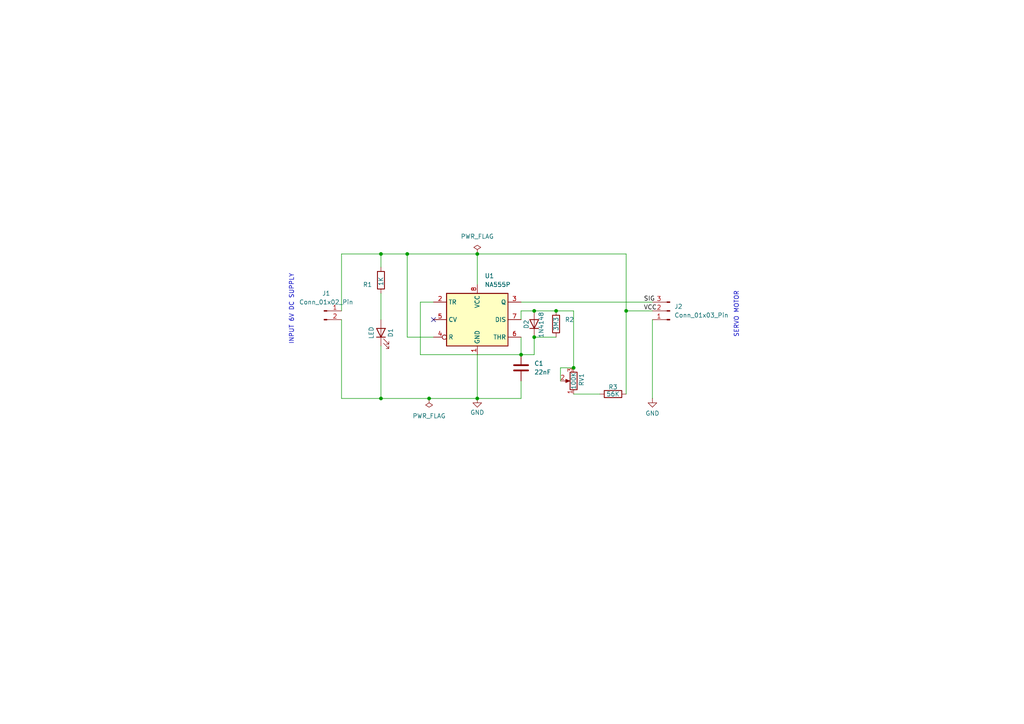
<source format=kicad_sch>
(kicad_sch
	(version 20250114)
	(generator "eeschema")
	(generator_version "9.0")
	(uuid "c0124b43-6908-4413-ae67-504ecf43a6d8")
	(paper "A4")
	(title_block
		(title "SERVO MOTOR TESTER ")
		(date "2026-01-06")
		(rev "1")
		(company "Thilak")
	)
	(lib_symbols
		(symbol "Connector:Conn_01x02_Pin"
			(pin_names
				(offset 1.016)
				(hide yes)
			)
			(exclude_from_sim no)
			(in_bom yes)
			(on_board yes)
			(property "Reference" "J"
				(at 0 2.54 0)
				(effects
					(font
						(size 1.27 1.27)
					)
				)
			)
			(property "Value" "Conn_01x02_Pin"
				(at 0 -5.08 0)
				(effects
					(font
						(size 1.27 1.27)
					)
				)
			)
			(property "Footprint" ""
				(at 0 0 0)
				(effects
					(font
						(size 1.27 1.27)
					)
					(hide yes)
				)
			)
			(property "Datasheet" "~"
				(at 0 0 0)
				(effects
					(font
						(size 1.27 1.27)
					)
					(hide yes)
				)
			)
			(property "Description" "Generic connector, single row, 01x02, script generated"
				(at 0 0 0)
				(effects
					(font
						(size 1.27 1.27)
					)
					(hide yes)
				)
			)
			(property "ki_locked" ""
				(at 0 0 0)
				(effects
					(font
						(size 1.27 1.27)
					)
				)
			)
			(property "ki_keywords" "connector"
				(at 0 0 0)
				(effects
					(font
						(size 1.27 1.27)
					)
					(hide yes)
				)
			)
			(property "ki_fp_filters" "Connector*:*_1x??_*"
				(at 0 0 0)
				(effects
					(font
						(size 1.27 1.27)
					)
					(hide yes)
				)
			)
			(symbol "Conn_01x02_Pin_1_1"
				(rectangle
					(start 0.8636 0.127)
					(end 0 -0.127)
					(stroke
						(width 0.1524)
						(type default)
					)
					(fill
						(type outline)
					)
				)
				(rectangle
					(start 0.8636 -2.413)
					(end 0 -2.667)
					(stroke
						(width 0.1524)
						(type default)
					)
					(fill
						(type outline)
					)
				)
				(polyline
					(pts
						(xy 1.27 0) (xy 0.8636 0)
					)
					(stroke
						(width 0.1524)
						(type default)
					)
					(fill
						(type none)
					)
				)
				(polyline
					(pts
						(xy 1.27 -2.54) (xy 0.8636 -2.54)
					)
					(stroke
						(width 0.1524)
						(type default)
					)
					(fill
						(type none)
					)
				)
				(pin passive line
					(at 5.08 0 180)
					(length 3.81)
					(name "Pin_1"
						(effects
							(font
								(size 1.27 1.27)
							)
						)
					)
					(number "1"
						(effects
							(font
								(size 1.27 1.27)
							)
						)
					)
				)
				(pin passive line
					(at 5.08 -2.54 180)
					(length 3.81)
					(name "Pin_2"
						(effects
							(font
								(size 1.27 1.27)
							)
						)
					)
					(number "2"
						(effects
							(font
								(size 1.27 1.27)
							)
						)
					)
				)
			)
			(embedded_fonts no)
		)
		(symbol "Connector:Conn_01x03_Pin"
			(pin_names
				(offset 1.016)
				(hide yes)
			)
			(exclude_from_sim no)
			(in_bom yes)
			(on_board yes)
			(property "Reference" "J"
				(at 0 5.08 0)
				(effects
					(font
						(size 1.27 1.27)
					)
				)
			)
			(property "Value" "Conn_01x03_Pin"
				(at 0 -5.08 0)
				(effects
					(font
						(size 1.27 1.27)
					)
				)
			)
			(property "Footprint" ""
				(at 0 0 0)
				(effects
					(font
						(size 1.27 1.27)
					)
					(hide yes)
				)
			)
			(property "Datasheet" "~"
				(at 0 0 0)
				(effects
					(font
						(size 1.27 1.27)
					)
					(hide yes)
				)
			)
			(property "Description" "Generic connector, single row, 01x03, script generated"
				(at 0 0 0)
				(effects
					(font
						(size 1.27 1.27)
					)
					(hide yes)
				)
			)
			(property "ki_locked" ""
				(at 0 0 0)
				(effects
					(font
						(size 1.27 1.27)
					)
				)
			)
			(property "ki_keywords" "connector"
				(at 0 0 0)
				(effects
					(font
						(size 1.27 1.27)
					)
					(hide yes)
				)
			)
			(property "ki_fp_filters" "Connector*:*_1x??_*"
				(at 0 0 0)
				(effects
					(font
						(size 1.27 1.27)
					)
					(hide yes)
				)
			)
			(symbol "Conn_01x03_Pin_1_1"
				(rectangle
					(start 0.8636 2.667)
					(end 0 2.413)
					(stroke
						(width 0.1524)
						(type default)
					)
					(fill
						(type outline)
					)
				)
				(rectangle
					(start 0.8636 0.127)
					(end 0 -0.127)
					(stroke
						(width 0.1524)
						(type default)
					)
					(fill
						(type outline)
					)
				)
				(rectangle
					(start 0.8636 -2.413)
					(end 0 -2.667)
					(stroke
						(width 0.1524)
						(type default)
					)
					(fill
						(type outline)
					)
				)
				(polyline
					(pts
						(xy 1.27 2.54) (xy 0.8636 2.54)
					)
					(stroke
						(width 0.1524)
						(type default)
					)
					(fill
						(type none)
					)
				)
				(polyline
					(pts
						(xy 1.27 0) (xy 0.8636 0)
					)
					(stroke
						(width 0.1524)
						(type default)
					)
					(fill
						(type none)
					)
				)
				(polyline
					(pts
						(xy 1.27 -2.54) (xy 0.8636 -2.54)
					)
					(stroke
						(width 0.1524)
						(type default)
					)
					(fill
						(type none)
					)
				)
				(pin passive line
					(at 5.08 2.54 180)
					(length 3.81)
					(name "Pin_1"
						(effects
							(font
								(size 1.27 1.27)
							)
						)
					)
					(number "1"
						(effects
							(font
								(size 1.27 1.27)
							)
						)
					)
				)
				(pin passive line
					(at 5.08 0 180)
					(length 3.81)
					(name "Pin_2"
						(effects
							(font
								(size 1.27 1.27)
							)
						)
					)
					(number "2"
						(effects
							(font
								(size 1.27 1.27)
							)
						)
					)
				)
				(pin passive line
					(at 5.08 -2.54 180)
					(length 3.81)
					(name "Pin_3"
						(effects
							(font
								(size 1.27 1.27)
							)
						)
					)
					(number "3"
						(effects
							(font
								(size 1.27 1.27)
							)
						)
					)
				)
			)
			(embedded_fonts no)
		)
		(symbol "Device:C"
			(pin_numbers
				(hide yes)
			)
			(pin_names
				(offset 0.254)
			)
			(exclude_from_sim no)
			(in_bom yes)
			(on_board yes)
			(property "Reference" "C"
				(at 0.635 2.54 0)
				(effects
					(font
						(size 1.27 1.27)
					)
					(justify left)
				)
			)
			(property "Value" "C"
				(at 0.635 -2.54 0)
				(effects
					(font
						(size 1.27 1.27)
					)
					(justify left)
				)
			)
			(property "Footprint" ""
				(at 0.9652 -3.81 0)
				(effects
					(font
						(size 1.27 1.27)
					)
					(hide yes)
				)
			)
			(property "Datasheet" "~"
				(at 0 0 0)
				(effects
					(font
						(size 1.27 1.27)
					)
					(hide yes)
				)
			)
			(property "Description" "Unpolarized capacitor"
				(at 0 0 0)
				(effects
					(font
						(size 1.27 1.27)
					)
					(hide yes)
				)
			)
			(property "ki_keywords" "cap capacitor"
				(at 0 0 0)
				(effects
					(font
						(size 1.27 1.27)
					)
					(hide yes)
				)
			)
			(property "ki_fp_filters" "C_*"
				(at 0 0 0)
				(effects
					(font
						(size 1.27 1.27)
					)
					(hide yes)
				)
			)
			(symbol "C_0_1"
				(polyline
					(pts
						(xy -2.032 0.762) (xy 2.032 0.762)
					)
					(stroke
						(width 0.508)
						(type default)
					)
					(fill
						(type none)
					)
				)
				(polyline
					(pts
						(xy -2.032 -0.762) (xy 2.032 -0.762)
					)
					(stroke
						(width 0.508)
						(type default)
					)
					(fill
						(type none)
					)
				)
			)
			(symbol "C_1_1"
				(pin passive line
					(at 0 3.81 270)
					(length 2.794)
					(name "~"
						(effects
							(font
								(size 1.27 1.27)
							)
						)
					)
					(number "1"
						(effects
							(font
								(size 1.27 1.27)
							)
						)
					)
				)
				(pin passive line
					(at 0 -3.81 90)
					(length 2.794)
					(name "~"
						(effects
							(font
								(size 1.27 1.27)
							)
						)
					)
					(number "2"
						(effects
							(font
								(size 1.27 1.27)
							)
						)
					)
				)
			)
			(embedded_fonts no)
		)
		(symbol "Device:LED"
			(pin_numbers
				(hide yes)
			)
			(pin_names
				(offset 1.016)
				(hide yes)
			)
			(exclude_from_sim no)
			(in_bom yes)
			(on_board yes)
			(property "Reference" "D"
				(at 0 2.54 0)
				(effects
					(font
						(size 1.27 1.27)
					)
				)
			)
			(property "Value" "LED"
				(at 0 -2.54 0)
				(effects
					(font
						(size 1.27 1.27)
					)
				)
			)
			(property "Footprint" ""
				(at 0 0 0)
				(effects
					(font
						(size 1.27 1.27)
					)
					(hide yes)
				)
			)
			(property "Datasheet" "~"
				(at 0 0 0)
				(effects
					(font
						(size 1.27 1.27)
					)
					(hide yes)
				)
			)
			(property "Description" "Light emitting diode"
				(at 0 0 0)
				(effects
					(font
						(size 1.27 1.27)
					)
					(hide yes)
				)
			)
			(property "Sim.Pins" "1=K 2=A"
				(at 0 0 0)
				(effects
					(font
						(size 1.27 1.27)
					)
					(hide yes)
				)
			)
			(property "ki_keywords" "LED diode"
				(at 0 0 0)
				(effects
					(font
						(size 1.27 1.27)
					)
					(hide yes)
				)
			)
			(property "ki_fp_filters" "LED* LED_SMD:* LED_THT:*"
				(at 0 0 0)
				(effects
					(font
						(size 1.27 1.27)
					)
					(hide yes)
				)
			)
			(symbol "LED_0_1"
				(polyline
					(pts
						(xy -3.048 -0.762) (xy -4.572 -2.286) (xy -3.81 -2.286) (xy -4.572 -2.286) (xy -4.572 -1.524)
					)
					(stroke
						(width 0)
						(type default)
					)
					(fill
						(type none)
					)
				)
				(polyline
					(pts
						(xy -1.778 -0.762) (xy -3.302 -2.286) (xy -2.54 -2.286) (xy -3.302 -2.286) (xy -3.302 -1.524)
					)
					(stroke
						(width 0)
						(type default)
					)
					(fill
						(type none)
					)
				)
				(polyline
					(pts
						(xy -1.27 0) (xy 1.27 0)
					)
					(stroke
						(width 0)
						(type default)
					)
					(fill
						(type none)
					)
				)
				(polyline
					(pts
						(xy -1.27 -1.27) (xy -1.27 1.27)
					)
					(stroke
						(width 0.254)
						(type default)
					)
					(fill
						(type none)
					)
				)
				(polyline
					(pts
						(xy 1.27 -1.27) (xy 1.27 1.27) (xy -1.27 0) (xy 1.27 -1.27)
					)
					(stroke
						(width 0.254)
						(type default)
					)
					(fill
						(type none)
					)
				)
			)
			(symbol "LED_1_1"
				(pin passive line
					(at -3.81 0 0)
					(length 2.54)
					(name "K"
						(effects
							(font
								(size 1.27 1.27)
							)
						)
					)
					(number "1"
						(effects
							(font
								(size 1.27 1.27)
							)
						)
					)
				)
				(pin passive line
					(at 3.81 0 180)
					(length 2.54)
					(name "A"
						(effects
							(font
								(size 1.27 1.27)
							)
						)
					)
					(number "2"
						(effects
							(font
								(size 1.27 1.27)
							)
						)
					)
				)
			)
			(embedded_fonts no)
		)
		(symbol "Device:R"
			(pin_numbers
				(hide yes)
			)
			(pin_names
				(offset 0)
			)
			(exclude_from_sim no)
			(in_bom yes)
			(on_board yes)
			(property "Reference" "R"
				(at 2.032 0 90)
				(effects
					(font
						(size 1.27 1.27)
					)
				)
			)
			(property "Value" "R"
				(at 0 0 90)
				(effects
					(font
						(size 1.27 1.27)
					)
				)
			)
			(property "Footprint" ""
				(at -1.778 0 90)
				(effects
					(font
						(size 1.27 1.27)
					)
					(hide yes)
				)
			)
			(property "Datasheet" "~"
				(at 0 0 0)
				(effects
					(font
						(size 1.27 1.27)
					)
					(hide yes)
				)
			)
			(property "Description" "Resistor"
				(at 0 0 0)
				(effects
					(font
						(size 1.27 1.27)
					)
					(hide yes)
				)
			)
			(property "ki_keywords" "R res resistor"
				(at 0 0 0)
				(effects
					(font
						(size 1.27 1.27)
					)
					(hide yes)
				)
			)
			(property "ki_fp_filters" "R_*"
				(at 0 0 0)
				(effects
					(font
						(size 1.27 1.27)
					)
					(hide yes)
				)
			)
			(symbol "R_0_1"
				(rectangle
					(start -1.016 -2.54)
					(end 1.016 2.54)
					(stroke
						(width 0.254)
						(type default)
					)
					(fill
						(type none)
					)
				)
			)
			(symbol "R_1_1"
				(pin passive line
					(at 0 3.81 270)
					(length 1.27)
					(name "~"
						(effects
							(font
								(size 1.27 1.27)
							)
						)
					)
					(number "1"
						(effects
							(font
								(size 1.27 1.27)
							)
						)
					)
				)
				(pin passive line
					(at 0 -3.81 90)
					(length 1.27)
					(name "~"
						(effects
							(font
								(size 1.27 1.27)
							)
						)
					)
					(number "2"
						(effects
							(font
								(size 1.27 1.27)
							)
						)
					)
				)
			)
			(embedded_fonts no)
		)
		(symbol "Device:R_Potentiometer"
			(pin_names
				(offset 1.016)
				(hide yes)
			)
			(exclude_from_sim no)
			(in_bom yes)
			(on_board yes)
			(property "Reference" "RV"
				(at -4.445 0 90)
				(effects
					(font
						(size 1.27 1.27)
					)
				)
			)
			(property "Value" "R_Potentiometer"
				(at -2.54 0 90)
				(effects
					(font
						(size 1.27 1.27)
					)
				)
			)
			(property "Footprint" ""
				(at 0 0 0)
				(effects
					(font
						(size 1.27 1.27)
					)
					(hide yes)
				)
			)
			(property "Datasheet" "~"
				(at 0 0 0)
				(effects
					(font
						(size 1.27 1.27)
					)
					(hide yes)
				)
			)
			(property "Description" "Potentiometer"
				(at 0 0 0)
				(effects
					(font
						(size 1.27 1.27)
					)
					(hide yes)
				)
			)
			(property "ki_keywords" "resistor variable"
				(at 0 0 0)
				(effects
					(font
						(size 1.27 1.27)
					)
					(hide yes)
				)
			)
			(property "ki_fp_filters" "Potentiometer*"
				(at 0 0 0)
				(effects
					(font
						(size 1.27 1.27)
					)
					(hide yes)
				)
			)
			(symbol "R_Potentiometer_0_1"
				(rectangle
					(start 1.016 2.54)
					(end -1.016 -2.54)
					(stroke
						(width 0.254)
						(type default)
					)
					(fill
						(type none)
					)
				)
				(polyline
					(pts
						(xy 1.143 0) (xy 2.286 0.508) (xy 2.286 -0.508) (xy 1.143 0)
					)
					(stroke
						(width 0)
						(type default)
					)
					(fill
						(type outline)
					)
				)
				(polyline
					(pts
						(xy 2.54 0) (xy 1.524 0)
					)
					(stroke
						(width 0)
						(type default)
					)
					(fill
						(type none)
					)
				)
			)
			(symbol "R_Potentiometer_1_1"
				(pin passive line
					(at 0 3.81 270)
					(length 1.27)
					(name "1"
						(effects
							(font
								(size 1.27 1.27)
							)
						)
					)
					(number "1"
						(effects
							(font
								(size 1.27 1.27)
							)
						)
					)
				)
				(pin passive line
					(at 0 -3.81 90)
					(length 1.27)
					(name "3"
						(effects
							(font
								(size 1.27 1.27)
							)
						)
					)
					(number "3"
						(effects
							(font
								(size 1.27 1.27)
							)
						)
					)
				)
				(pin passive line
					(at 3.81 0 180)
					(length 1.27)
					(name "2"
						(effects
							(font
								(size 1.27 1.27)
							)
						)
					)
					(number "2"
						(effects
							(font
								(size 1.27 1.27)
							)
						)
					)
				)
			)
			(embedded_fonts no)
		)
		(symbol "Diode:1N4148"
			(pin_numbers
				(hide yes)
			)
			(pin_names
				(hide yes)
			)
			(exclude_from_sim no)
			(in_bom yes)
			(on_board yes)
			(property "Reference" "D"
				(at 0 2.54 0)
				(effects
					(font
						(size 1.27 1.27)
					)
				)
			)
			(property "Value" "1N4148"
				(at 0 -2.54 0)
				(effects
					(font
						(size 1.27 1.27)
					)
				)
			)
			(property "Footprint" "Diode_THT:D_DO-35_SOD27_P7.62mm_Horizontal"
				(at 0 0 0)
				(effects
					(font
						(size 1.27 1.27)
					)
					(hide yes)
				)
			)
			(property "Datasheet" "https://assets.nexperia.com/documents/data-sheet/1N4148_1N4448.pdf"
				(at 0 0 0)
				(effects
					(font
						(size 1.27 1.27)
					)
					(hide yes)
				)
			)
			(property "Description" "100V 0.15A standard switching diode, DO-35"
				(at 0 0 0)
				(effects
					(font
						(size 1.27 1.27)
					)
					(hide yes)
				)
			)
			(property "Sim.Device" "D"
				(at 0 0 0)
				(effects
					(font
						(size 1.27 1.27)
					)
					(hide yes)
				)
			)
			(property "Sim.Pins" "1=K 2=A"
				(at 0 0 0)
				(effects
					(font
						(size 1.27 1.27)
					)
					(hide yes)
				)
			)
			(property "ki_keywords" "diode"
				(at 0 0 0)
				(effects
					(font
						(size 1.27 1.27)
					)
					(hide yes)
				)
			)
			(property "ki_fp_filters" "D*DO?35*"
				(at 0 0 0)
				(effects
					(font
						(size 1.27 1.27)
					)
					(hide yes)
				)
			)
			(symbol "1N4148_0_1"
				(polyline
					(pts
						(xy -1.27 1.27) (xy -1.27 -1.27)
					)
					(stroke
						(width 0.254)
						(type default)
					)
					(fill
						(type none)
					)
				)
				(polyline
					(pts
						(xy 1.27 1.27) (xy 1.27 -1.27) (xy -1.27 0) (xy 1.27 1.27)
					)
					(stroke
						(width 0.254)
						(type default)
					)
					(fill
						(type none)
					)
				)
				(polyline
					(pts
						(xy 1.27 0) (xy -1.27 0)
					)
					(stroke
						(width 0)
						(type default)
					)
					(fill
						(type none)
					)
				)
			)
			(symbol "1N4148_1_1"
				(pin passive line
					(at -3.81 0 0)
					(length 2.54)
					(name "K"
						(effects
							(font
								(size 1.27 1.27)
							)
						)
					)
					(number "1"
						(effects
							(font
								(size 1.27 1.27)
							)
						)
					)
				)
				(pin passive line
					(at 3.81 0 180)
					(length 2.54)
					(name "A"
						(effects
							(font
								(size 1.27 1.27)
							)
						)
					)
					(number "2"
						(effects
							(font
								(size 1.27 1.27)
							)
						)
					)
				)
			)
			(embedded_fonts no)
		)
		(symbol "Timer:NA555P"
			(exclude_from_sim no)
			(in_bom yes)
			(on_board yes)
			(property "Reference" "U"
				(at -10.16 8.89 0)
				(effects
					(font
						(size 1.27 1.27)
					)
					(justify left)
				)
			)
			(property "Value" "NA555P"
				(at 2.54 8.89 0)
				(effects
					(font
						(size 1.27 1.27)
					)
					(justify left)
				)
			)
			(property "Footprint" "Package_DIP:DIP-8_W7.62mm"
				(at 16.51 -10.16 0)
				(effects
					(font
						(size 1.27 1.27)
					)
					(hide yes)
				)
			)
			(property "Datasheet" "http://www.ti.com/lit/ds/symlink/ne555.pdf"
				(at 21.59 -10.16 0)
				(effects
					(font
						(size 1.27 1.27)
					)
					(hide yes)
				)
			)
			(property "Description" "Precision Timers, 555 compatible, PDIP-8"
				(at 0 0 0)
				(effects
					(font
						(size 1.27 1.27)
					)
					(hide yes)
				)
			)
			(property "ki_keywords" "single timer 555"
				(at 0 0 0)
				(effects
					(font
						(size 1.27 1.27)
					)
					(hide yes)
				)
			)
			(property "ki_fp_filters" "DIP*W7.62mm*"
				(at 0 0 0)
				(effects
					(font
						(size 1.27 1.27)
					)
					(hide yes)
				)
			)
			(symbol "NA555P_0_0"
				(pin power_in line
					(at 0 10.16 270)
					(length 2.54)
					(name "VCC"
						(effects
							(font
								(size 1.27 1.27)
							)
						)
					)
					(number "8"
						(effects
							(font
								(size 1.27 1.27)
							)
						)
					)
				)
				(pin power_in line
					(at 0 -10.16 90)
					(length 2.54)
					(name "GND"
						(effects
							(font
								(size 1.27 1.27)
							)
						)
					)
					(number "1"
						(effects
							(font
								(size 1.27 1.27)
							)
						)
					)
				)
			)
			(symbol "NA555P_0_1"
				(rectangle
					(start -8.89 -7.62)
					(end 8.89 7.62)
					(stroke
						(width 0.254)
						(type default)
					)
					(fill
						(type background)
					)
				)
				(rectangle
					(start -8.89 -7.62)
					(end 8.89 7.62)
					(stroke
						(width 0.254)
						(type default)
					)
					(fill
						(type background)
					)
				)
			)
			(symbol "NA555P_1_1"
				(pin input line
					(at -12.7 5.08 0)
					(length 3.81)
					(name "TR"
						(effects
							(font
								(size 1.27 1.27)
							)
						)
					)
					(number "2"
						(effects
							(font
								(size 1.27 1.27)
							)
						)
					)
				)
				(pin input line
					(at -12.7 0 0)
					(length 3.81)
					(name "CV"
						(effects
							(font
								(size 1.27 1.27)
							)
						)
					)
					(number "5"
						(effects
							(font
								(size 1.27 1.27)
							)
						)
					)
				)
				(pin input inverted
					(at -12.7 -5.08 0)
					(length 3.81)
					(name "R"
						(effects
							(font
								(size 1.27 1.27)
							)
						)
					)
					(number "4"
						(effects
							(font
								(size 1.27 1.27)
							)
						)
					)
				)
				(pin output line
					(at 12.7 5.08 180)
					(length 3.81)
					(name "Q"
						(effects
							(font
								(size 1.27 1.27)
							)
						)
					)
					(number "3"
						(effects
							(font
								(size 1.27 1.27)
							)
						)
					)
				)
				(pin input line
					(at 12.7 0 180)
					(length 3.81)
					(name "DIS"
						(effects
							(font
								(size 1.27 1.27)
							)
						)
					)
					(number "7"
						(effects
							(font
								(size 1.27 1.27)
							)
						)
					)
				)
				(pin input line
					(at 12.7 -5.08 180)
					(length 3.81)
					(name "THR"
						(effects
							(font
								(size 1.27 1.27)
							)
						)
					)
					(number "6"
						(effects
							(font
								(size 1.27 1.27)
							)
						)
					)
				)
			)
			(embedded_fonts no)
		)
		(symbol "power:GND"
			(power)
			(pin_numbers
				(hide yes)
			)
			(pin_names
				(offset 0)
				(hide yes)
			)
			(exclude_from_sim no)
			(in_bom yes)
			(on_board yes)
			(property "Reference" "#PWR"
				(at 0 -6.35 0)
				(effects
					(font
						(size 1.27 1.27)
					)
					(hide yes)
				)
			)
			(property "Value" "GND"
				(at 0 -3.81 0)
				(effects
					(font
						(size 1.27 1.27)
					)
				)
			)
			(property "Footprint" ""
				(at 0 0 0)
				(effects
					(font
						(size 1.27 1.27)
					)
					(hide yes)
				)
			)
			(property "Datasheet" ""
				(at 0 0 0)
				(effects
					(font
						(size 1.27 1.27)
					)
					(hide yes)
				)
			)
			(property "Description" "Power symbol creates a global label with name \"GND\" , ground"
				(at 0 0 0)
				(effects
					(font
						(size 1.27 1.27)
					)
					(hide yes)
				)
			)
			(property "ki_keywords" "global power"
				(at 0 0 0)
				(effects
					(font
						(size 1.27 1.27)
					)
					(hide yes)
				)
			)
			(symbol "GND_0_1"
				(polyline
					(pts
						(xy 0 0) (xy 0 -1.27) (xy 1.27 -1.27) (xy 0 -2.54) (xy -1.27 -1.27) (xy 0 -1.27)
					)
					(stroke
						(width 0)
						(type default)
					)
					(fill
						(type none)
					)
				)
			)
			(symbol "GND_1_1"
				(pin power_in line
					(at 0 0 270)
					(length 0)
					(name "~"
						(effects
							(font
								(size 1.27 1.27)
							)
						)
					)
					(number "1"
						(effects
							(font
								(size 1.27 1.27)
							)
						)
					)
				)
			)
			(embedded_fonts no)
		)
		(symbol "power:PWR_FLAG"
			(power)
			(pin_numbers
				(hide yes)
			)
			(pin_names
				(offset 0)
				(hide yes)
			)
			(exclude_from_sim no)
			(in_bom yes)
			(on_board yes)
			(property "Reference" "#FLG"
				(at 0 1.905 0)
				(effects
					(font
						(size 1.27 1.27)
					)
					(hide yes)
				)
			)
			(property "Value" "PWR_FLAG"
				(at 0 3.81 0)
				(effects
					(font
						(size 1.27 1.27)
					)
				)
			)
			(property "Footprint" ""
				(at 0 0 0)
				(effects
					(font
						(size 1.27 1.27)
					)
					(hide yes)
				)
			)
			(property "Datasheet" "~"
				(at 0 0 0)
				(effects
					(font
						(size 1.27 1.27)
					)
					(hide yes)
				)
			)
			(property "Description" "Special symbol for telling ERC where power comes from"
				(at 0 0 0)
				(effects
					(font
						(size 1.27 1.27)
					)
					(hide yes)
				)
			)
			(property "ki_keywords" "flag power"
				(at 0 0 0)
				(effects
					(font
						(size 1.27 1.27)
					)
					(hide yes)
				)
			)
			(symbol "PWR_FLAG_0_0"
				(pin power_out line
					(at 0 0 90)
					(length 0)
					(name "~"
						(effects
							(font
								(size 1.27 1.27)
							)
						)
					)
					(number "1"
						(effects
							(font
								(size 1.27 1.27)
							)
						)
					)
				)
			)
			(symbol "PWR_FLAG_0_1"
				(polyline
					(pts
						(xy 0 0) (xy 0 1.27) (xy -1.016 1.905) (xy 0 2.54) (xy 1.016 1.905) (xy 0 1.27)
					)
					(stroke
						(width 0)
						(type default)
					)
					(fill
						(type none)
					)
				)
			)
			(embedded_fonts no)
		)
	)
	(text "INPUT 6V DC SUPPLY\n"
		(exclude_from_sim no)
		(at 84.582 89.662 90)
		(effects
			(font
				(size 1.27 1.27)
			)
		)
		(uuid "43478c42-f63c-4043-b3a1-67bc2387a79a")
	)
	(text "SERVO MOTOR\n"
		(exclude_from_sim no)
		(at 213.614 91.186 90)
		(effects
			(font
				(size 1.27 1.27)
			)
		)
		(uuid "79fdc5fd-5e89-402a-aa92-4654e2edd6d0")
	)
	(junction
		(at 110.49 73.66)
		(diameter 0)
		(color 0 0 0 0)
		(uuid "0e811b57-fe05-4a9b-9214-0e8ad47c7d60")
	)
	(junction
		(at 138.43 73.66)
		(diameter 0)
		(color 0 0 0 0)
		(uuid "13a9ea24-a870-472a-9e5b-6a3d759b771d")
	)
	(junction
		(at 166.37 106.68)
		(diameter 0)
		(color 0 0 0 0)
		(uuid "1901134f-1923-464a-b2ae-81360ee1c358")
	)
	(junction
		(at 181.61 90.17)
		(diameter 0)
		(color 0 0 0 0)
		(uuid "2d4da7d2-090e-4769-b477-611cd151a98e")
	)
	(junction
		(at 124.46 115.57)
		(diameter 0)
		(color 0 0 0 0)
		(uuid "36807848-8704-467d-b6d0-e2164dc0d5b0")
	)
	(junction
		(at 118.11 73.66)
		(diameter 0)
		(color 0 0 0 0)
		(uuid "39fb5948-c933-4322-b931-82ab40dae082")
	)
	(junction
		(at 110.49 115.57)
		(diameter 0)
		(color 0 0 0 0)
		(uuid "55663285-8e91-47fd-bb75-e1afbe38be59")
	)
	(junction
		(at 138.43 115.57)
		(diameter 0)
		(color 0 0 0 0)
		(uuid "7d4417a5-7aa7-426f-8333-14b89285857e")
	)
	(junction
		(at 161.29 90.17)
		(diameter 0)
		(color 0 0 0 0)
		(uuid "938990b4-666b-4e53-85bf-e2b076fdd19c")
	)
	(junction
		(at 154.94 97.79)
		(diameter 0)
		(color 0 0 0 0)
		(uuid "bc2175dc-ddef-4717-9575-a4ade73c218c")
	)
	(junction
		(at 151.13 102.87)
		(diameter 0)
		(color 0 0 0 0)
		(uuid "e154f1db-4858-41af-a94c-607146677e82")
	)
	(junction
		(at 154.94 90.17)
		(diameter 0)
		(color 0 0 0 0)
		(uuid "ee4db6d5-0087-4965-a340-b2700c6d1a11")
	)
	(no_connect
		(at 125.73 92.71)
		(uuid "56091787-1d45-46e2-b189-0abcd70e0264")
	)
	(wire
		(pts
			(xy 121.92 87.63) (xy 121.92 102.87)
		)
		(stroke
			(width 0)
			(type default)
		)
		(uuid "03c9850b-a969-4c79-8181-1bcd53bee8de")
	)
	(wire
		(pts
			(xy 162.56 106.68) (xy 166.37 106.68)
		)
		(stroke
			(width 0)
			(type default)
		)
		(uuid "076d565e-657f-43c3-a1d0-116340d3a2a9")
	)
	(wire
		(pts
			(xy 99.06 73.66) (xy 110.49 73.66)
		)
		(stroke
			(width 0)
			(type default)
		)
		(uuid "0a4d2388-14a3-4192-97c8-1644b6162a16")
	)
	(wire
		(pts
			(xy 181.61 90.17) (xy 181.61 114.3)
		)
		(stroke
			(width 0)
			(type default)
		)
		(uuid "14a6c208-0e5b-4432-b838-8ff8ab457149")
	)
	(wire
		(pts
			(xy 118.11 97.79) (xy 125.73 97.79)
		)
		(stroke
			(width 0)
			(type default)
		)
		(uuid "39f8cfb0-9c55-4cdc-9aaa-1542aab29af4")
	)
	(wire
		(pts
			(xy 110.49 115.57) (xy 124.46 115.57)
		)
		(stroke
			(width 0)
			(type default)
		)
		(uuid "3cb70571-1f18-4a67-a129-9bd1b668acf4")
	)
	(wire
		(pts
			(xy 181.61 90.17) (xy 189.23 90.17)
		)
		(stroke
			(width 0)
			(type default)
		)
		(uuid "46cea11b-7a7d-41c1-ad5f-96a51f4cd10b")
	)
	(wire
		(pts
			(xy 189.23 92.71) (xy 189.23 115.57)
		)
		(stroke
			(width 0)
			(type default)
		)
		(uuid "562027e2-c957-4da8-9683-db2feeceb4f2")
	)
	(wire
		(pts
			(xy 110.49 73.66) (xy 118.11 73.66)
		)
		(stroke
			(width 0)
			(type default)
		)
		(uuid "5a337abb-6bea-47b1-84a9-428b5dd1dd4e")
	)
	(wire
		(pts
			(xy 166.37 114.3) (xy 173.99 114.3)
		)
		(stroke
			(width 0)
			(type default)
		)
		(uuid "64405c73-4722-48ea-8d67-f6e78de2b580")
	)
	(wire
		(pts
			(xy 166.37 106.68) (xy 166.37 90.17)
		)
		(stroke
			(width 0)
			(type default)
		)
		(uuid "66bb413c-8b1c-4a52-a470-81b0ad7c7d79")
	)
	(wire
		(pts
			(xy 110.49 100.33) (xy 110.49 115.57)
		)
		(stroke
			(width 0)
			(type default)
		)
		(uuid "7c232ca6-eeed-4936-b886-860fb1b27895")
	)
	(wire
		(pts
			(xy 154.94 97.79) (xy 154.94 102.87)
		)
		(stroke
			(width 0)
			(type default)
		)
		(uuid "7da79d33-c000-4a3e-82cd-4e7eb8a7523a")
	)
	(wire
		(pts
			(xy 99.06 90.17) (xy 99.06 73.66)
		)
		(stroke
			(width 0)
			(type default)
		)
		(uuid "806699d3-6113-4768-b1ac-129da9ae5ffb")
	)
	(wire
		(pts
			(xy 161.29 97.79) (xy 154.94 97.79)
		)
		(stroke
			(width 0)
			(type default)
		)
		(uuid "881820a0-cb0f-4a6d-a01a-b427a8d0828f")
	)
	(wire
		(pts
			(xy 151.13 87.63) (xy 189.23 87.63)
		)
		(stroke
			(width 0)
			(type default)
		)
		(uuid "88d4a9e6-5cd2-4077-b337-6369332aa3c8")
	)
	(wire
		(pts
			(xy 121.92 102.87) (xy 151.13 102.87)
		)
		(stroke
			(width 0)
			(type default)
		)
		(uuid "8fc4b687-9b1b-438e-b26b-d5ad8fc3a368")
	)
	(wire
		(pts
			(xy 162.56 110.49) (xy 162.56 106.68)
		)
		(stroke
			(width 0)
			(type default)
		)
		(uuid "94f48091-7e74-48c7-815e-b8b6503e2d8c")
	)
	(wire
		(pts
			(xy 166.37 90.17) (xy 161.29 90.17)
		)
		(stroke
			(width 0)
			(type default)
		)
		(uuid "9b660fea-ab20-49c7-80b6-63cde0345e50")
	)
	(wire
		(pts
			(xy 118.11 73.66) (xy 138.43 73.66)
		)
		(stroke
			(width 0)
			(type default)
		)
		(uuid "9d141254-19aa-425b-947b-756113ab9d16")
	)
	(wire
		(pts
			(xy 181.61 90.17) (xy 181.61 73.66)
		)
		(stroke
			(width 0)
			(type default)
		)
		(uuid "9e16c3c3-57e6-492a-8d8a-f9599881ad62")
	)
	(wire
		(pts
			(xy 110.49 85.09) (xy 110.49 92.71)
		)
		(stroke
			(width 0)
			(type default)
		)
		(uuid "a8899e90-7725-4b6b-839d-7d7b1cdf8a1f")
	)
	(wire
		(pts
			(xy 121.92 87.63) (xy 125.73 87.63)
		)
		(stroke
			(width 0)
			(type default)
		)
		(uuid "acf9b570-00f5-4f97-9ae2-25bac8acc143")
	)
	(wire
		(pts
			(xy 138.43 115.57) (xy 151.13 115.57)
		)
		(stroke
			(width 0)
			(type default)
		)
		(uuid "ad67b89b-ff12-48a8-a2c5-f6c613f5289c")
	)
	(wire
		(pts
			(xy 138.43 73.66) (xy 138.43 82.55)
		)
		(stroke
			(width 0)
			(type default)
		)
		(uuid "af4d12ad-6141-49ba-bb46-e068981a6d14")
	)
	(wire
		(pts
			(xy 138.43 73.66) (xy 181.61 73.66)
		)
		(stroke
			(width 0)
			(type default)
		)
		(uuid "b8c5f7b1-bc32-422e-9a40-bbb60c773069")
	)
	(wire
		(pts
			(xy 151.13 90.17) (xy 154.94 90.17)
		)
		(stroke
			(width 0)
			(type default)
		)
		(uuid "ba5a5064-d6b2-465b-a776-50bc7cc64fe4")
	)
	(wire
		(pts
			(xy 151.13 92.71) (xy 151.13 90.17)
		)
		(stroke
			(width 0)
			(type default)
		)
		(uuid "c85af45e-f77b-44f4-a73f-980bf6897832")
	)
	(wire
		(pts
			(xy 154.94 102.87) (xy 151.13 102.87)
		)
		(stroke
			(width 0)
			(type default)
		)
		(uuid "caf64a48-2c92-437a-a0ae-f924e12e8866")
	)
	(wire
		(pts
			(xy 118.11 73.66) (xy 118.11 97.79)
		)
		(stroke
			(width 0)
			(type default)
		)
		(uuid "cb936956-293f-4962-be2f-10b683e4fefd")
	)
	(wire
		(pts
			(xy 151.13 97.79) (xy 151.13 102.87)
		)
		(stroke
			(width 0)
			(type default)
		)
		(uuid "cc991706-0634-4caf-8df0-6ec3579f4ff5")
	)
	(wire
		(pts
			(xy 124.46 115.57) (xy 138.43 115.57)
		)
		(stroke
			(width 0)
			(type default)
		)
		(uuid "d0ab50e0-c561-41f0-9f0c-951d912d5f49")
	)
	(wire
		(pts
			(xy 151.13 110.49) (xy 151.13 115.57)
		)
		(stroke
			(width 0)
			(type default)
		)
		(uuid "e72a6fd8-0f55-4ce7-bad4-3774b11a02ab")
	)
	(wire
		(pts
			(xy 110.49 73.66) (xy 110.49 77.47)
		)
		(stroke
			(width 0)
			(type default)
		)
		(uuid "e75242b6-b554-463a-8ca5-a8772da2df7e")
	)
	(wire
		(pts
			(xy 138.43 102.87) (xy 138.43 115.57)
		)
		(stroke
			(width 0)
			(type default)
		)
		(uuid "f195ec18-8c4a-4e21-b57f-6fae6006210c")
	)
	(wire
		(pts
			(xy 99.06 92.71) (xy 99.06 115.57)
		)
		(stroke
			(width 0)
			(type default)
		)
		(uuid "f26b22d7-0d1d-4592-a1e3-16cdda6e2f65")
	)
	(wire
		(pts
			(xy 154.94 90.17) (xy 161.29 90.17)
		)
		(stroke
			(width 0)
			(type default)
		)
		(uuid "f844cda0-2c95-4a53-8b8a-fe39206cef9b")
	)
	(wire
		(pts
			(xy 99.06 115.57) (xy 110.49 115.57)
		)
		(stroke
			(width 0)
			(type default)
		)
		(uuid "ff42b7a3-5519-4dce-bc0d-eceed986e8ad")
	)
	(label "SIG"
		(at 186.69 87.63 0)
		(effects
			(font
				(size 1.27 1.27)
			)
			(justify left bottom)
		)
		(uuid "6a5cd024-c388-4b60-98be-cb85db17c9db")
	)
	(label "VCC"
		(at 186.69 90.17 0)
		(effects
			(font
				(size 1.27 1.27)
			)
			(justify left bottom)
		)
		(uuid "df2ebfc4-3803-4f80-b944-dc367afd9754")
	)
	(symbol
		(lib_id "power:PWR_FLAG")
		(at 124.46 115.57 180)
		(unit 1)
		(exclude_from_sim no)
		(in_bom yes)
		(on_board yes)
		(dnp no)
		(fields_autoplaced yes)
		(uuid "02bb6ba6-b12c-42f5-ab08-9ed7110c043f")
		(property "Reference" "#FLG01"
			(at 124.46 117.475 0)
			(effects
				(font
					(size 1.27 1.27)
				)
				(hide yes)
			)
		)
		(property "Value" "PWR_FLAG"
			(at 124.46 120.65 0)
			(effects
				(font
					(size 1.27 1.27)
				)
			)
		)
		(property "Footprint" ""
			(at 124.46 115.57 0)
			(effects
				(font
					(size 1.27 1.27)
				)
				(hide yes)
			)
		)
		(property "Datasheet" "~"
			(at 124.46 115.57 0)
			(effects
				(font
					(size 1.27 1.27)
				)
				(hide yes)
			)
		)
		(property "Description" "Special symbol for telling ERC where power comes from"
			(at 124.46 115.57 0)
			(effects
				(font
					(size 1.27 1.27)
				)
				(hide yes)
			)
		)
		(pin "1"
			(uuid "a45a7343-a345-4e01-bd66-e1f371763ffe")
		)
		(instances
			(project ""
				(path "/c0124b43-6908-4413-ae67-504ecf43a6d8"
					(reference "#FLG01")
					(unit 1)
				)
			)
		)
	)
	(symbol
		(lib_id "power:PWR_FLAG")
		(at 138.43 73.66 0)
		(unit 1)
		(exclude_from_sim no)
		(in_bom yes)
		(on_board yes)
		(dnp no)
		(fields_autoplaced yes)
		(uuid "17a81a21-97ed-4507-95b5-1fd902269943")
		(property "Reference" "#FLG02"
			(at 138.43 71.755 0)
			(effects
				(font
					(size 1.27 1.27)
				)
				(hide yes)
			)
		)
		(property "Value" "PWR_FLAG"
			(at 138.43 68.58 0)
			(effects
				(font
					(size 1.27 1.27)
				)
			)
		)
		(property "Footprint" ""
			(at 138.43 73.66 0)
			(effects
				(font
					(size 1.27 1.27)
				)
				(hide yes)
			)
		)
		(property "Datasheet" "~"
			(at 138.43 73.66 0)
			(effects
				(font
					(size 1.27 1.27)
				)
				(hide yes)
			)
		)
		(property "Description" "Special symbol for telling ERC where power comes from"
			(at 138.43 73.66 0)
			(effects
				(font
					(size 1.27 1.27)
				)
				(hide yes)
			)
		)
		(pin "1"
			(uuid "2694b586-3347-4dc2-b6cc-1b3cd77694ad")
		)
		(instances
			(project "Servo Motor Tester"
				(path "/c0124b43-6908-4413-ae67-504ecf43a6d8"
					(reference "#FLG02")
					(unit 1)
				)
			)
		)
	)
	(symbol
		(lib_id "Connector:Conn_01x02_Pin")
		(at 93.98 90.17 0)
		(unit 1)
		(exclude_from_sim no)
		(in_bom yes)
		(on_board yes)
		(dnp no)
		(fields_autoplaced yes)
		(uuid "20e9ec91-c00c-4289-9a6a-17e5f714e6ea")
		(property "Reference" "J1"
			(at 94.615 85.09 0)
			(effects
				(font
					(size 1.27 1.27)
				)
			)
		)
		(property "Value" "Conn_01x02_Pin"
			(at 94.615 87.63 0)
			(effects
				(font
					(size 1.27 1.27)
				)
			)
		)
		(property "Footprint" "Connector_PinHeader_2.54mm:PinHeader_1x02_P2.54mm_Horizontal"
			(at 93.98 90.17 0)
			(effects
				(font
					(size 1.27 1.27)
				)
				(hide yes)
			)
		)
		(property "Datasheet" "~"
			(at 93.98 90.17 0)
			(effects
				(font
					(size 1.27 1.27)
				)
				(hide yes)
			)
		)
		(property "Description" "Generic connector, single row, 01x02, script generated"
			(at 93.98 90.17 0)
			(effects
				(font
					(size 1.27 1.27)
				)
				(hide yes)
			)
		)
		(pin "1"
			(uuid "4a8e9d25-fa95-40ce-94a3-81b348910929")
		)
		(pin "2"
			(uuid "056e83e0-bf5c-47cc-8116-fd95fdff6e9a")
		)
		(instances
			(project ""
				(path "/c0124b43-6908-4413-ae67-504ecf43a6d8"
					(reference "J1")
					(unit 1)
				)
			)
		)
	)
	(symbol
		(lib_id "Device:C")
		(at 151.13 106.68 0)
		(unit 1)
		(exclude_from_sim no)
		(in_bom yes)
		(on_board yes)
		(dnp no)
		(fields_autoplaced yes)
		(uuid "31d751c2-e75c-491e-99b0-b55647312bdf")
		(property "Reference" "C1"
			(at 154.94 105.4099 0)
			(effects
				(font
					(size 1.27 1.27)
				)
				(justify left)
			)
		)
		(property "Value" "22nF"
			(at 154.94 107.9499 0)
			(effects
				(font
					(size 1.27 1.27)
				)
				(justify left)
			)
		)
		(property "Footprint" "Capacitor_THT:C_Disc_D4.3mm_W1.9mm_P5.00mm"
			(at 152.0952 110.49 0)
			(effects
				(font
					(size 1.27 1.27)
				)
				(hide yes)
			)
		)
		(property "Datasheet" "~"
			(at 151.13 106.68 0)
			(effects
				(font
					(size 1.27 1.27)
				)
				(hide yes)
			)
		)
		(property "Description" "Unpolarized capacitor"
			(at 151.13 106.68 0)
			(effects
				(font
					(size 1.27 1.27)
				)
				(hide yes)
			)
		)
		(pin "1"
			(uuid "e52ff16d-0143-4d18-8312-aa674b6da0d9")
		)
		(pin "2"
			(uuid "e2118321-7076-40be-b1b6-60001af5dcce")
		)
		(instances
			(project ""
				(path "/c0124b43-6908-4413-ae67-504ecf43a6d8"
					(reference "C1")
					(unit 1)
				)
			)
		)
	)
	(symbol
		(lib_id "Connector:Conn_01x03_Pin")
		(at 194.31 90.17 180)
		(unit 1)
		(exclude_from_sim no)
		(in_bom yes)
		(on_board yes)
		(dnp no)
		(uuid "5ceef962-d9bc-48b1-af93-a23b732a624c")
		(property "Reference" "J2"
			(at 195.58 88.8999 0)
			(effects
				(font
					(size 1.27 1.27)
				)
				(justify right)
			)
		)
		(property "Value" "Conn_01x03_Pin"
			(at 195.58 91.4399 0)
			(effects
				(font
					(size 1.27 1.27)
				)
				(justify right)
			)
		)
		(property "Footprint" "Connector_PinHeader_2.54mm:PinHeader_1x03_P2.54mm_Horizontal"
			(at 194.31 90.17 0)
			(effects
				(font
					(size 1.27 1.27)
				)
				(hide yes)
			)
		)
		(property "Datasheet" "~"
			(at 194.31 90.17 0)
			(effects
				(font
					(size 1.27 1.27)
				)
				(hide yes)
			)
		)
		(property "Description" "Generic connector, single row, 01x03, script generated"
			(at 194.31 90.17 0)
			(effects
				(font
					(size 1.27 1.27)
				)
				(hide yes)
			)
		)
		(pin "3"
			(uuid "8ade0372-e37c-4fed-9266-98301d08cc08")
		)
		(pin "2"
			(uuid "1a22e974-bb4d-4aa5-8b50-d630666e64f3")
		)
		(pin "1"
			(uuid "aff54b2a-6c65-4ccc-92ef-ed092a6ec993")
		)
		(instances
			(project ""
				(path "/c0124b43-6908-4413-ae67-504ecf43a6d8"
					(reference "J2")
					(unit 1)
				)
			)
		)
	)
	(symbol
		(lib_id "Device:R")
		(at 110.49 81.28 180)
		(unit 1)
		(exclude_from_sim no)
		(in_bom yes)
		(on_board yes)
		(dnp no)
		(uuid "627724f2-f58a-49a4-b905-0586bdc9d139")
		(property "Reference" "R1"
			(at 107.95 82.5501 0)
			(effects
				(font
					(size 1.27 1.27)
				)
				(justify left)
			)
		)
		(property "Value" "1K"
			(at 110.49 80.264 90)
			(effects
				(font
					(size 1.27 1.27)
				)
				(justify left)
			)
		)
		(property "Footprint" "Resistor_SMD:R_0805_2012Metric_Pad1.20x1.40mm_HandSolder"
			(at 112.268 81.28 90)
			(effects
				(font
					(size 1.27 1.27)
				)
				(hide yes)
			)
		)
		(property "Datasheet" "~"
			(at 110.49 81.28 0)
			(effects
				(font
					(size 1.27 1.27)
				)
				(hide yes)
			)
		)
		(property "Description" "Resistor"
			(at 110.49 81.28 0)
			(effects
				(font
					(size 1.27 1.27)
				)
				(hide yes)
			)
		)
		(pin "2"
			(uuid "c2f9ee35-4e4e-453c-acce-039bdc6a0b19")
		)
		(pin "1"
			(uuid "aed24f8f-c172-46c8-a884-2c27b9ca2853")
		)
		(instances
			(project ""
				(path "/c0124b43-6908-4413-ae67-504ecf43a6d8"
					(reference "R1")
					(unit 1)
				)
			)
		)
	)
	(symbol
		(lib_id "power:GND")
		(at 189.23 115.57 0)
		(unit 1)
		(exclude_from_sim no)
		(in_bom yes)
		(on_board yes)
		(dnp no)
		(uuid "6818d6b4-3f57-473c-8ab8-94e92b868f5c")
		(property "Reference" "#PWR01"
			(at 189.23 121.92 0)
			(effects
				(font
					(size 1.27 1.27)
				)
				(hide yes)
			)
		)
		(property "Value" "GND"
			(at 189.23 119.888 0)
			(effects
				(font
					(size 1.27 1.27)
				)
			)
		)
		(property "Footprint" ""
			(at 189.23 115.57 0)
			(effects
				(font
					(size 1.27 1.27)
				)
				(hide yes)
			)
		)
		(property "Datasheet" ""
			(at 189.23 115.57 0)
			(effects
				(font
					(size 1.27 1.27)
				)
				(hide yes)
			)
		)
		(property "Description" "Power symbol creates a global label with name \"GND\" , ground"
			(at 189.23 115.57 0)
			(effects
				(font
					(size 1.27 1.27)
				)
				(hide yes)
			)
		)
		(pin "1"
			(uuid "f07a665f-77e8-4949-adfa-6fa0961cda4e")
		)
		(instances
			(project ""
				(path "/c0124b43-6908-4413-ae67-504ecf43a6d8"
					(reference "#PWR01")
					(unit 1)
				)
			)
		)
	)
	(symbol
		(lib_id "Device:R")
		(at 177.8 114.3 90)
		(unit 1)
		(exclude_from_sim no)
		(in_bom yes)
		(on_board yes)
		(dnp no)
		(uuid "69cde0df-0bcb-4319-bc34-2712f659d42d")
		(property "Reference" "R3"
			(at 177.8 112.268 90)
			(effects
				(font
					(size 1.27 1.27)
				)
			)
		)
		(property "Value" "56K"
			(at 177.8 114.3 90)
			(effects
				(font
					(size 1.27 1.27)
				)
			)
		)
		(property "Footprint" "Resistor_SMD:R_0805_2012Metric_Pad1.20x1.40mm_HandSolder"
			(at 177.8 116.078 90)
			(effects
				(font
					(size 1.27 1.27)
				)
				(hide yes)
			)
		)
		(property "Datasheet" "~"
			(at 177.8 114.3 0)
			(effects
				(font
					(size 1.27 1.27)
				)
				(hide yes)
			)
		)
		(property "Description" "Resistor"
			(at 177.8 114.3 0)
			(effects
				(font
					(size 1.27 1.27)
				)
				(hide yes)
			)
		)
		(pin "2"
			(uuid "c2f9ee35-4e4e-453c-acce-039bdc6a0b19")
		)
		(pin "1"
			(uuid "aed24f8f-c172-46c8-a884-2c27b9ca2853")
		)
		(instances
			(project ""
				(path "/c0124b43-6908-4413-ae67-504ecf43a6d8"
					(reference "R3")
					(unit 1)
				)
			)
		)
	)
	(symbol
		(lib_id "Timer:NA555P")
		(at 138.43 92.71 0)
		(unit 1)
		(exclude_from_sim no)
		(in_bom yes)
		(on_board yes)
		(dnp no)
		(fields_autoplaced yes)
		(uuid "76ff9457-cc0e-45ed-95aa-d123a506b96b")
		(property "Reference" "U1"
			(at 140.5733 80.01 0)
			(effects
				(font
					(size 1.27 1.27)
				)
				(justify left)
			)
		)
		(property "Value" "NA555P"
			(at 140.5733 82.55 0)
			(effects
				(font
					(size 1.27 1.27)
				)
				(justify left)
			)
		)
		(property "Footprint" "Package_DIP:DIP-8_W7.62mm"
			(at 154.94 102.87 0)
			(effects
				(font
					(size 1.27 1.27)
				)
				(hide yes)
			)
		)
		(property "Datasheet" "http://www.ti.com/lit/ds/symlink/ne555.pdf"
			(at 160.02 102.87 0)
			(effects
				(font
					(size 1.27 1.27)
				)
				(hide yes)
			)
		)
		(property "Description" "Precision Timers, 555 compatible, PDIP-8"
			(at 138.43 92.71 0)
			(effects
				(font
					(size 1.27 1.27)
				)
				(hide yes)
			)
		)
		(pin "3"
			(uuid "c03f9cb0-ad40-458d-88f3-de1a4e8f4a8b")
		)
		(pin "6"
			(uuid "78a3b974-4687-4396-8329-bcb290ce5ceb")
		)
		(pin "8"
			(uuid "c8177c5a-5b86-4dc0-8b0c-fd7a55959e2d")
		)
		(pin "5"
			(uuid "24fb2ce3-54b1-480a-843f-91886be72bbe")
		)
		(pin "4"
			(uuid "266d6f51-e255-4992-be07-486c6ae094a4")
		)
		(pin "1"
			(uuid "04ea110b-5b0c-4b0b-b972-2012d034e40c")
		)
		(pin "7"
			(uuid "6d27985c-e396-444a-92d1-5357f255cc89")
		)
		(pin "2"
			(uuid "51cf861c-3810-45d5-8ba0-132df07766cb")
		)
		(instances
			(project ""
				(path "/c0124b43-6908-4413-ae67-504ecf43a6d8"
					(reference "U1")
					(unit 1)
				)
			)
		)
	)
	(symbol
		(lib_id "Diode:1N4148")
		(at 154.94 93.98 90)
		(unit 1)
		(exclude_from_sim no)
		(in_bom yes)
		(on_board yes)
		(dnp no)
		(uuid "a9203480-3afd-447f-ad70-51c446a9a1b5")
		(property "Reference" "D2"
			(at 152.654 92.71 0)
			(effects
				(font
					(size 1.27 1.27)
				)
				(justify right)
			)
		)
		(property "Value" "1N4148"
			(at 156.972 90.424 0)
			(effects
				(font
					(size 1.27 1.27)
				)
				(justify right)
			)
		)
		(property "Footprint" "Diode_THT:D_DO-35_SOD27_P7.62mm_Horizontal"
			(at 154.94 93.98 0)
			(effects
				(font
					(size 1.27 1.27)
				)
				(hide yes)
			)
		)
		(property "Datasheet" "https://assets.nexperia.com/documents/data-sheet/1N4148_1N4448.pdf"
			(at 154.94 93.98 0)
			(effects
				(font
					(size 1.27 1.27)
				)
				(hide yes)
			)
		)
		(property "Description" "100V 0.15A standard switching diode, DO-35"
			(at 154.94 93.98 0)
			(effects
				(font
					(size 1.27 1.27)
				)
				(hide yes)
			)
		)
		(property "Sim.Device" "D"
			(at 154.94 93.98 0)
			(effects
				(font
					(size 1.27 1.27)
				)
				(hide yes)
			)
		)
		(property "Sim.Pins" "1=K 2=A"
			(at 154.94 93.98 0)
			(effects
				(font
					(size 1.27 1.27)
				)
				(hide yes)
			)
		)
		(pin "1"
			(uuid "61b8c6e2-ed24-454d-b06f-221d987fd34e")
		)
		(pin "2"
			(uuid "c2c4433a-245f-4c3a-baaa-d9a991371d85")
		)
		(instances
			(project ""
				(path "/c0124b43-6908-4413-ae67-504ecf43a6d8"
					(reference "D2")
					(unit 1)
				)
			)
		)
	)
	(symbol
		(lib_id "Device:R")
		(at 161.29 93.98 0)
		(unit 1)
		(exclude_from_sim no)
		(in_bom yes)
		(on_board yes)
		(dnp no)
		(uuid "bbf2cc5f-bf8b-4e18-a365-cd5dca52fe83")
		(property "Reference" "R2"
			(at 163.83 92.7099 0)
			(effects
				(font
					(size 1.27 1.27)
				)
				(justify left)
			)
		)
		(property "Value" "3M3"
			(at 161.29 96.012 90)
			(effects
				(font
					(size 1.27 1.27)
				)
				(justify left)
			)
		)
		(property "Footprint" "Resistor_SMD:R_0805_2012Metric_Pad1.20x1.40mm_HandSolder"
			(at 159.512 93.98 90)
			(effects
				(font
					(size 1.27 1.27)
				)
				(hide yes)
			)
		)
		(property "Datasheet" "~"
			(at 161.29 93.98 0)
			(effects
				(font
					(size 1.27 1.27)
				)
				(hide yes)
			)
		)
		(property "Description" "Resistor"
			(at 161.29 93.98 0)
			(effects
				(font
					(size 1.27 1.27)
				)
				(hide yes)
			)
		)
		(pin "2"
			(uuid "c2f9ee35-4e4e-453c-acce-039bdc6a0b19")
		)
		(pin "1"
			(uuid "aed24f8f-c172-46c8-a884-2c27b9ca2853")
		)
		(instances
			(project ""
				(path "/c0124b43-6908-4413-ae67-504ecf43a6d8"
					(reference "R2")
					(unit 1)
				)
			)
		)
	)
	(symbol
		(lib_id "Device:LED")
		(at 110.49 96.52 90)
		(unit 1)
		(exclude_from_sim no)
		(in_bom yes)
		(on_board yes)
		(dnp no)
		(uuid "bc62393e-08af-49ba-b0fe-b7101698a1d2")
		(property "Reference" "D1"
			(at 113.284 96.52 0)
			(effects
				(font
					(size 1.27 1.27)
				)
			)
		)
		(property "Value" "LED"
			(at 107.696 96.52 0)
			(effects
				(font
					(size 1.27 1.27)
				)
			)
		)
		(property "Footprint" "LED_THT:LED_D3.0mm"
			(at 110.49 96.52 0)
			(effects
				(font
					(size 1.27 1.27)
				)
				(hide yes)
			)
		)
		(property "Datasheet" "~"
			(at 110.49 96.52 0)
			(effects
				(font
					(size 1.27 1.27)
				)
				(hide yes)
			)
		)
		(property "Description" "Light emitting diode"
			(at 110.49 96.52 0)
			(effects
				(font
					(size 1.27 1.27)
				)
				(hide yes)
			)
		)
		(property "Sim.Pins" "1=K 2=A"
			(at 110.49 96.52 0)
			(effects
				(font
					(size 1.27 1.27)
				)
				(hide yes)
			)
		)
		(pin "1"
			(uuid "95596284-aab8-4aa7-a5b6-2d3553fc02c5")
		)
		(pin "2"
			(uuid "ad9074c3-d96a-4774-a243-e51172cac6e3")
		)
		(instances
			(project ""
				(path "/c0124b43-6908-4413-ae67-504ecf43a6d8"
					(reference "D1")
					(unit 1)
				)
			)
		)
	)
	(symbol
		(lib_id "Device:R_Potentiometer")
		(at 166.37 110.49 180)
		(unit 1)
		(exclude_from_sim no)
		(in_bom yes)
		(on_board yes)
		(dnp no)
		(uuid "dc913339-a7c4-411d-ac0d-49c32e336b50")
		(property "Reference" "RV1"
			(at 168.656 112.014 90)
			(effects
				(font
					(size 1.27 1.27)
				)
				(justify right)
			)
		)
		(property "Value" "100K"
			(at 166.37 113.03 90)
			(effects
				(font
					(size 1.27 1.27)
				)
				(justify right)
			)
		)
		(property "Footprint" "Potentiometer_THT:Potentiometer_Alps_RK163_Single_Horizontal"
			(at 166.37 110.49 0)
			(effects
				(font
					(size 1.27 1.27)
				)
				(hide yes)
			)
		)
		(property "Datasheet" "~"
			(at 166.37 110.49 0)
			(effects
				(font
					(size 1.27 1.27)
				)
				(hide yes)
			)
		)
		(property "Description" "Potentiometer"
			(at 166.37 110.49 0)
			(effects
				(font
					(size 1.27 1.27)
				)
				(hide yes)
			)
		)
		(pin "3"
			(uuid "3d9d996f-3f2d-4fad-b666-d10aa03ef19b")
		)
		(pin "1"
			(uuid "7507b3e3-5536-40be-a5ce-03db95493485")
		)
		(pin "2"
			(uuid "e99bb7d0-e53b-4dba-aa22-38faa59c35e0")
		)
		(instances
			(project ""
				(path "/c0124b43-6908-4413-ae67-504ecf43a6d8"
					(reference "RV1")
					(unit 1)
				)
			)
		)
	)
	(symbol
		(lib_id "power:GND")
		(at 138.43 115.57 0)
		(unit 1)
		(exclude_from_sim no)
		(in_bom yes)
		(on_board yes)
		(dnp no)
		(uuid "e18adcf5-8f91-4a10-8bb2-24b01a80f953")
		(property "Reference" "#PWR02"
			(at 138.43 121.92 0)
			(effects
				(font
					(size 1.27 1.27)
				)
				(hide yes)
			)
		)
		(property "Value" "GND"
			(at 138.43 119.634 0)
			(effects
				(font
					(size 1.27 1.27)
				)
			)
		)
		(property "Footprint" ""
			(at 138.43 115.57 0)
			(effects
				(font
					(size 1.27 1.27)
				)
				(hide yes)
			)
		)
		(property "Datasheet" ""
			(at 138.43 115.57 0)
			(effects
				(font
					(size 1.27 1.27)
				)
				(hide yes)
			)
		)
		(property "Description" "Power symbol creates a global label with name \"GND\" , ground"
			(at 138.43 115.57 0)
			(effects
				(font
					(size 1.27 1.27)
				)
				(hide yes)
			)
		)
		(pin "1"
			(uuid "dbfe337e-b80d-4e70-8d8e-ff327047a100")
		)
		(instances
			(project "Servo Motor Tester"
				(path "/c0124b43-6908-4413-ae67-504ecf43a6d8"
					(reference "#PWR02")
					(unit 1)
				)
			)
		)
	)
	(sheet_instances
		(path "/"
			(page "1")
		)
	)
	(embedded_fonts no)
)

</source>
